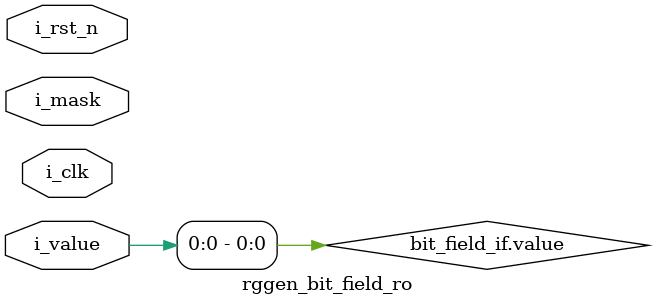
<source format=sv>
module rggen_bit_field_ro #(
  parameter int WIDTH = 8
)(
  input logic                   i_clk,
  input logic                   i_rst_n,
  rggen_bit_field_if.bit_field  bit_field_if,
  input logic [WIDTH-1:0]       i_mask,
  input logic [WIDTH-1:0]       i_value
);
  assign  bit_field_if.read_data  = i_value & i_mask;
  assign  bit_field_if.value      = i_value;
endmodule

</source>
